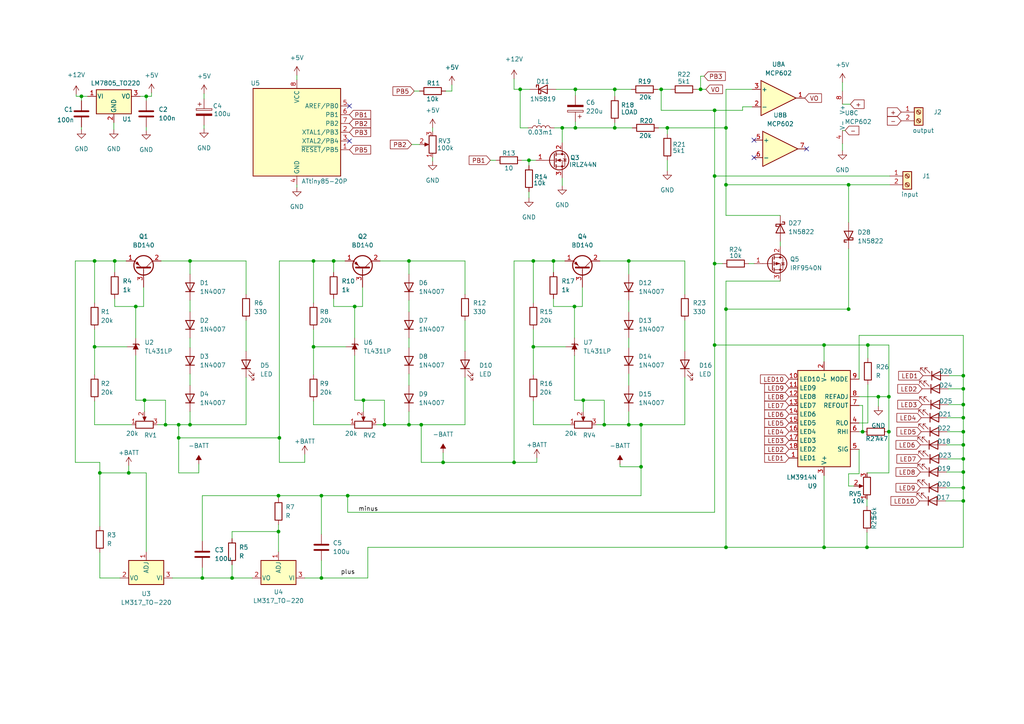
<source format=kicad_sch>
(kicad_sch (version 20211123) (generator eeschema)
  (paper "A4")
  (junction (at 93.218 167.64))
  (junction (at 33.274 75.692))
  (junction (at 27.432 100.584))
  (junction (at 149.098 134.112))
  (junction (at 207.264 32.004))
  (junction (at 154.686 75.692))
  (junction (at 122.174 123.19))
  (junction (at 246.126 89.662))
  (junction (at 28.956 137.16))
  (junction (at 90.932 75.692))
  (junction (at 150.876 25.908))
  (junction (at 250.19 125.222))
  (junction (at 207.264 51.054))
  (junction (at 27.432 75.692))
  (junction (at 160.528 75.692))
  (junction (at 42.418 27.94))
  (junction (at 93.218 143.764))
  (junction (at 279.4 129.032))
  (junction (at 185.928 135.382))
  (junction (at 154.686 100.584))
  (junction (at 48.006 123.19))
  (junction (at 80.772 143.764))
  (junction (at 279.4 136.906))
  (junction (at 51.816 123.19))
  (junction (at 55.118 123.19))
  (junction (at 166.624 88.9))
  (junction (at 207.264 76.454))
  (junction (at 169.164 116.078))
  (junction (at 246.126 53.594))
  (junction (at 210.566 89.662))
  (junction (at 193.548 37.084))
  (junction (at 279.4 145.288))
  (junction (at 210.566 53.594))
  (junction (at 41.91 116.078))
  (junction (at 203.2 25.908))
  (junction (at 279.4 117.348))
  (junction (at 23.622 27.94))
  (junction (at 210.566 37.084))
  (junction (at 239.014 158.75))
  (junction (at 58.674 167.64))
  (junction (at 166.878 37.084))
  (junction (at 279.4 108.966))
  (junction (at 67.31 167.64))
  (junction (at 128.524 134.112))
  (junction (at 182.372 75.692))
  (junction (at 178.308 37.084))
  (junction (at 81.026 127))
  (junction (at 254.762 115.062))
  (junction (at 279.4 112.776))
  (junction (at 279.4 133.096))
  (junction (at 182.372 123.19))
  (junction (at 100.838 143.764))
  (junction (at 118.618 123.19))
  (junction (at 175.26 123.19))
  (junction (at 102.87 88.9))
  (junction (at 96.774 75.692))
  (junction (at 257.81 115.062))
  (junction (at 210.566 158.75))
  (junction (at 163.068 37.084))
  (junction (at 207.264 100.076))
  (junction (at 178.308 25.908))
  (junction (at 39.37 88.9))
  (junction (at 153.416 46.482))
  (junction (at 279.4 125.222))
  (junction (at 251.46 158.75))
  (junction (at 90.932 100.584))
  (junction (at 185.928 123.19))
  (junction (at 118.618 75.692))
  (junction (at 251.714 100.076))
  (junction (at 279.4 121.158))
  (junction (at 80.772 154.178))
  (junction (at 51.816 127))
  (junction (at 166.878 25.908))
  (junction (at 257.81 125.222))
  (junction (at 111.506 123.19))
  (junction (at 279.4 141.478))
  (junction (at 55.118 75.692))
  (junction (at 239.014 100.076))
  (junction (at 105.41 116.078))
  (junction (at 37.338 137.16))
  (junction (at 191.77 25.908))
  (no_connect (at 233.934 43.18))
  (no_connect (at 218.694 40.64))
  (no_connect (at 218.694 45.72))
  (no_connect (at 101.346 40.894))
  (no_connect (at 101.346 30.734))
  (wire (pts (xy 274.574 136.906) (xy 279.4 136.906)))
  (wire (pts (xy 58.674 143.764) (xy 80.772 143.764)))
  (wire (pts (xy 42.418 27.94) (xy 40.64 27.94)))
  (wire (pts (xy 22.098 27.94) (xy 23.622 27.94)))
  (wire (pts (xy 149.098 22.86) (xy 149.098 25.908)))
  (wire (pts (xy 207.264 100.076) (xy 239.014 100.076)))
  (wire (pts (xy 193.548 37.084) (xy 193.548 38.862)))
  (wire (pts (xy 251.46 144.78) (xy 251.46 146.812)))
  (wire (pts (xy 128.524 134.112) (xy 122.174 134.112)))
  (wire (pts (xy 48.006 123.19) (xy 45.72 123.19)))
  (wire (pts (xy 182.372 119.38) (xy 182.372 123.19)))
  (wire (pts (xy 37.338 135.128) (xy 37.338 137.16)))
  (wire (pts (xy 166.878 37.084) (xy 163.068 37.084)))
  (wire (pts (xy 57.658 137.16) (xy 51.816 137.16)))
  (wire (pts (xy 90.932 100.584) (xy 90.932 108.712)))
  (wire (pts (xy 122.174 134.112) (xy 122.174 123.19)))
  (wire (pts (xy 105.156 88.9) (xy 105.156 83.312)))
  (wire (pts (xy 154.686 75.692) (xy 154.686 87.884)))
  (wire (pts (xy 118.618 108.458) (xy 118.618 111.76)))
  (wire (pts (xy 118.618 75.692) (xy 118.618 79.502)))
  (wire (pts (xy 46.736 75.692) (xy 55.118 75.692)))
  (wire (pts (xy 50.038 167.64) (xy 58.674 167.64)))
  (wire (pts (xy 257.81 100.076) (xy 257.81 115.062)))
  (wire (pts (xy 257.81 115.062) (xy 257.81 125.222)))
  (wire (pts (xy 279.4 97.282) (xy 279.4 108.966)))
  (wire (pts (xy 279.4 112.776) (xy 279.4 117.348)))
  (wire (pts (xy 150.876 25.908) (xy 153.67 25.908)))
  (wire (pts (xy 100.838 143.764) (xy 93.218 143.764)))
  (wire (pts (xy 155.702 132.842) (xy 155.702 134.112)))
  (wire (pts (xy 90.932 75.692) (xy 90.932 87.884)))
  (wire (pts (xy 67.31 167.64) (xy 73.152 167.64)))
  (wire (pts (xy 163.068 51.562) (xy 163.068 53.848)))
  (wire (pts (xy 125.476 45.72) (xy 125.476 46.736)))
  (wire (pts (xy 57.658 134.62) (xy 57.658 137.16)))
  (wire (pts (xy 191.77 32.004) (xy 191.77 25.908)))
  (wire (pts (xy 207.264 148.59) (xy 207.264 100.076)))
  (wire (pts (xy 80.772 152.146) (xy 80.772 154.178)))
  (wire (pts (xy 28.956 152.654) (xy 28.956 137.16)))
  (wire (pts (xy 21.844 75.692) (xy 27.432 75.692)))
  (wire (pts (xy 154.686 95.504) (xy 154.686 100.584)))
  (wire (pts (xy 27.432 116.332) (xy 27.432 123.19)))
  (wire (pts (xy 182.372 75.692) (xy 182.372 79.502)))
  (wire (pts (xy 215.392 30.988) (xy 218.186 30.988)))
  (wire (pts (xy 67.31 167.64) (xy 67.31 163.83)))
  (wire (pts (xy 134.874 109.474) (xy 134.874 123.19)))
  (wire (pts (xy 41.91 119.38) (xy 41.91 116.078)))
  (wire (pts (xy 21.844 75.692) (xy 21.844 134.112)))
  (wire (pts (xy 153.162 37.084) (xy 150.876 37.084)))
  (wire (pts (xy 179.832 134.62) (xy 179.832 135.382)))
  (wire (pts (xy 154.686 100.584) (xy 154.686 108.712)))
  (wire (pts (xy 110.236 75.692) (xy 118.618 75.692)))
  (wire (pts (xy 191.77 25.908) (xy 190.754 25.908)))
  (wire (pts (xy 102.87 103.124) (xy 102.87 116.078)))
  (wire (pts (xy 246.126 53.594) (xy 258.064 53.594)))
  (wire (pts (xy 96.774 75.692) (xy 96.774 78.994)))
  (wire (pts (xy 160.528 75.692) (xy 160.528 78.994)))
  (wire (pts (xy 125.476 37.084) (xy 125.476 38.1)))
  (wire (pts (xy 175.26 123.19) (xy 172.974 123.19)))
  (wire (pts (xy 249.174 130.302) (xy 249.174 137.414)))
  (wire (pts (xy 246.126 140.97) (xy 247.65 140.97)))
  (wire (pts (xy 207.264 100.076) (xy 207.264 76.454)))
  (wire (pts (xy 39.37 88.9) (xy 39.37 98.044)))
  (wire (pts (xy 58.674 167.64) (xy 67.31 167.64)))
  (wire (pts (xy 48.006 116.078) (xy 48.006 123.19)))
  (wire (pts (xy 27.432 95.504) (xy 27.432 100.584)))
  (wire (pts (xy 128.524 131.318) (xy 128.524 134.112)))
  (wire (pts (xy 51.816 123.19) (xy 48.006 123.19)))
  (wire (pts (xy 153.416 55.626) (xy 153.416 57.404)))
  (wire (pts (xy 279.4 133.096) (xy 279.4 136.906)))
  (wire (pts (xy 160.528 88.9) (xy 166.624 88.9)))
  (wire (pts (xy 239.014 100.076) (xy 251.714 100.076)))
  (wire (pts (xy 198.628 85.344) (xy 198.628 75.692)))
  (wire (pts (xy 67.31 154.178) (xy 80.772 154.178)))
  (wire (pts (xy 154.686 100.584) (xy 164.084 100.584)))
  (wire (pts (xy 71.374 109.474) (xy 71.374 123.19)))
  (wire (pts (xy 120.142 26.416) (xy 121.666 26.416)))
  (wire (pts (xy 251.714 122.682) (xy 251.714 111.506)))
  (wire (pts (xy 251.46 158.75) (xy 279.4 158.75)))
  (wire (pts (xy 246.126 53.594) (xy 246.126 64.516)))
  (wire (pts (xy 33.274 88.9) (xy 39.37 88.9)))
  (wire (pts (xy 71.374 85.344) (xy 71.374 75.692)))
  (wire (pts (xy 175.26 116.078) (xy 175.26 123.19)))
  (wire (pts (xy 239.014 100.076) (xy 239.014 104.902)))
  (wire (pts (xy 55.118 108.458) (xy 55.118 111.76)))
  (wire (pts (xy 251.46 154.432) (xy 251.46 158.75)))
  (wire (pts (xy 41.656 88.9) (xy 41.656 83.312)))
  (wire (pts (xy 185.928 123.19) (xy 182.372 123.19)))
  (wire (pts (xy 254.762 115.062) (xy 254.762 117.856)))
  (wire (pts (xy 154.686 123.19) (xy 165.354 123.19)))
  (wire (pts (xy 151.384 46.482) (xy 153.416 46.482)))
  (wire (pts (xy 275.082 117.348) (xy 279.4 117.348)))
  (wire (pts (xy 100.838 148.59) (xy 207.264 148.59)))
  (wire (pts (xy 43.942 26.924) (xy 43.942 27.94)))
  (wire (pts (xy 39.37 116.078) (xy 41.91 116.078)))
  (wire (pts (xy 249.174 109.982) (xy 249.174 97.282)))
  (wire (pts (xy 28.956 137.16) (xy 28.956 134.112)))
  (wire (pts (xy 166.624 88.9) (xy 166.624 98.044)))
  (wire (pts (xy 100.076 75.692) (xy 96.774 75.692)))
  (wire (pts (xy 169.164 116.078) (xy 175.26 116.078)))
  (wire (pts (xy 129.286 26.416) (xy 131.064 26.416)))
  (wire (pts (xy 207.264 76.454) (xy 209.55 76.454)))
  (wire (pts (xy 244.348 30.226) (xy 246.634 30.226)))
  (wire (pts (xy 249.174 125.222) (xy 250.19 125.222)))
  (wire (pts (xy 149.098 134.112) (xy 128.524 134.112)))
  (wire (pts (xy 244.348 23.876) (xy 244.348 26.416)))
  (wire (pts (xy 182.372 108.458) (xy 182.372 111.76)))
  (wire (pts (xy 249.174 122.682) (xy 251.714 122.682)))
  (wire (pts (xy 105.41 116.078) (xy 111.506 116.078)))
  (wire (pts (xy 249.174 137.414) (xy 246.126 137.414)))
  (wire (pts (xy 39.37 88.9) (xy 41.656 88.9)))
  (wire (pts (xy 27.432 123.19) (xy 38.1 123.19)))
  (wire (pts (xy 118.618 98.044) (xy 118.618 100.838)))
  (wire (pts (xy 210.566 158.75) (xy 106.68 158.75)))
  (wire (pts (xy 198.628 123.19) (xy 185.928 123.19)))
  (wire (pts (xy 275.336 108.966) (xy 279.4 108.966)))
  (wire (pts (xy 88.392 131.826) (xy 88.392 134.112)))
  (wire (pts (xy 198.628 109.474) (xy 198.628 123.19)))
  (wire (pts (xy 207.264 76.454) (xy 207.264 51.054)))
  (wire (pts (xy 203.2 22.098) (xy 203.2 25.908)))
  (wire (pts (xy 33.274 75.692) (xy 27.432 75.692)))
  (wire (pts (xy 207.264 32.004) (xy 215.392 32.004)))
  (wire (pts (xy 185.928 123.19) (xy 185.928 135.382)))
  (wire (pts (xy 102.87 88.9) (xy 102.87 98.044)))
  (wire (pts (xy 118.618 87.122) (xy 118.618 90.424)))
  (wire (pts (xy 210.566 62.484) (xy 226.314 62.484)))
  (wire (pts (xy 55.118 123.19) (xy 51.816 123.19)))
  (wire (pts (xy 39.37 103.124) (xy 39.37 116.078)))
  (wire (pts (xy 244.348 41.656) (xy 244.348 43.688)))
  (wire (pts (xy 251.714 100.076) (xy 251.714 103.886)))
  (wire (pts (xy 51.816 137.16) (xy 51.816 127)))
  (wire (pts (xy 244.348 37.846) (xy 245.11 37.846)))
  (wire (pts (xy 191.77 32.004) (xy 207.264 32.004)))
  (wire (pts (xy 42.418 160.02) (xy 42.418 137.16)))
  (wire (pts (xy 193.548 37.084) (xy 210.566 37.084)))
  (wire (pts (xy 59.182 27.178) (xy 59.182 28.702)))
  (wire (pts (xy 210.566 89.662) (xy 210.566 158.75)))
  (wire (pts (xy 118.618 119.38) (xy 118.618 123.19)))
  (wire (pts (xy 275.082 112.776) (xy 279.4 112.776)))
  (wire (pts (xy 166.624 103.124) (xy 166.624 116.078)))
  (wire (pts (xy 185.928 135.382) (xy 185.928 143.764)))
  (wire (pts (xy 178.308 25.908) (xy 178.308 27.94)))
  (wire (pts (xy 43.942 27.94) (xy 42.418 27.94)))
  (wire (pts (xy 279.4 145.288) (xy 279.4 158.75)))
  (wire (pts (xy 250.19 117.602) (xy 250.19 125.222)))
  (wire (pts (xy 80.772 154.178) (xy 80.772 160.02)))
  (wire (pts (xy 27.432 100.584) (xy 27.432 108.712)))
  (wire (pts (xy 55.118 119.38) (xy 55.118 123.19)))
  (wire (pts (xy 81.026 75.692) (xy 81.026 127)))
  (wire (pts (xy 279.4 125.222) (xy 279.4 129.032)))
  (wire (pts (xy 102.87 116.078) (xy 105.41 116.078)))
  (wire (pts (xy 178.308 35.56) (xy 178.308 37.084)))
  (wire (pts (xy 37.338 137.16) (xy 28.956 137.16)))
  (wire (pts (xy 210.566 81.534) (xy 226.314 81.534)))
  (wire (pts (xy 105.41 119.38) (xy 105.41 116.078)))
  (wire (pts (xy 160.528 75.692) (xy 154.686 75.692)))
  (wire (pts (xy 153.416 46.482) (xy 153.416 48.006)))
  (wire (pts (xy 23.622 36.83) (xy 23.622 37.592)))
  (wire (pts (xy 80.772 144.526) (xy 80.772 143.764)))
  (wire (pts (xy 111.506 123.19) (xy 109.22 123.19)))
  (wire (pts (xy 274.574 129.032) (xy 279.4 129.032)))
  (wire (pts (xy 198.628 75.692) (xy 182.372 75.692)))
  (wire (pts (xy 90.932 116.332) (xy 90.932 123.19)))
  (wire (pts (xy 111.506 123.19) (xy 118.618 123.19)))
  (wire (pts (xy 34.798 167.64) (xy 28.956 167.64)))
  (wire (pts (xy 202.184 25.908) (xy 203.2 25.908)))
  (wire (pts (xy 246.126 137.414) (xy 246.126 140.97)))
  (wire (pts (xy 71.374 123.19) (xy 55.118 123.19)))
  (wire (pts (xy 33.274 86.614) (xy 33.274 88.9)))
  (wire (pts (xy 106.68 158.75) (xy 106.68 167.64)))
  (wire (pts (xy 153.416 46.482) (xy 155.448 46.482)))
  (wire (pts (xy 134.874 85.344) (xy 134.874 75.692)))
  (wire (pts (xy 249.174 115.062) (xy 254.762 115.062)))
  (wire (pts (xy 274.574 141.478) (xy 279.4 141.478)))
  (wire (pts (xy 96.774 75.692) (xy 90.932 75.692)))
  (wire (pts (xy 210.566 25.908) (xy 218.186 25.908)))
  (wire (pts (xy 173.99 75.692) (xy 182.372 75.692)))
  (wire (pts (xy 210.566 25.908) (xy 210.566 37.084)))
  (wire (pts (xy 246.126 72.136) (xy 246.126 89.662)))
  (wire (pts (xy 102.87 88.9) (xy 105.156 88.9)))
  (wire (pts (xy 279.4 136.906) (xy 279.4 141.478)))
  (wire (pts (xy 178.308 25.908) (xy 183.134 25.908)))
  (wire (pts (xy 210.566 53.594) (xy 246.126 53.594)))
  (wire (pts (xy 80.772 143.764) (xy 93.218 143.764)))
  (wire (pts (xy 166.624 88.9) (xy 168.91 88.9)))
  (wire (pts (xy 154.686 116.332) (xy 154.686 123.19)))
  (wire (pts (xy 163.83 75.692) (xy 160.528 75.692)))
  (wire (pts (xy 131.064 26.416) (xy 131.064 24.638)))
  (wire (pts (xy 217.17 76.454) (xy 218.694 76.454)))
  (wire (pts (xy 96.774 86.614) (xy 96.774 88.9)))
  (wire (pts (xy 71.374 92.964) (xy 71.374 101.854)))
  (wire (pts (xy 28.956 167.64) (xy 28.956 160.274)))
  (wire (pts (xy 160.782 37.084) (xy 163.068 37.084)))
  (wire (pts (xy 168.91 88.9) (xy 168.91 83.312)))
  (wire (pts (xy 251.714 100.076) (xy 257.81 100.076)))
  (wire (pts (xy 150.876 37.084) (xy 150.876 25.908)))
  (wire (pts (xy 166.878 37.084) (xy 178.308 37.084)))
  (wire (pts (xy 86.106 53.594) (xy 86.106 54.356)))
  (wire (pts (xy 119.38 41.91) (xy 121.666 41.91)))
  (wire (pts (xy 198.628 92.964) (xy 198.628 101.854)))
  (wire (pts (xy 154.686 75.692) (xy 149.098 75.692)))
  (wire (pts (xy 182.372 98.044) (xy 182.372 100.838)))
  (wire (pts (xy 23.622 27.94) (xy 23.622 29.21)))
  (wire (pts (xy 191.77 25.908) (xy 194.564 25.908)))
  (wire (pts (xy 274.828 125.222) (xy 279.4 125.222)))
  (wire (pts (xy 179.832 135.382) (xy 185.928 135.382)))
  (wire (pts (xy 215.392 32.004) (xy 215.392 30.988)))
  (wire (pts (xy 166.878 25.908) (xy 161.29 25.908)))
  (wire (pts (xy 249.174 117.602) (xy 250.19 117.602)))
  (wire (pts (xy 55.118 75.692) (xy 55.118 79.502)))
  (wire (pts (xy 149.098 25.908) (xy 150.876 25.908)))
  (wire (pts (xy 55.118 98.044) (xy 55.118 100.838)))
  (wire (pts (xy 67.31 156.21) (xy 67.31 154.178)))
  (wire (pts (xy 134.874 75.692) (xy 118.618 75.692)))
  (wire (pts (xy 210.566 37.084) (xy 210.566 53.594)))
  (wire (pts (xy 59.182 36.322) (xy 59.182 37.338)))
  (wire (pts (xy 122.174 123.19) (xy 118.618 123.19)))
  (wire (pts (xy 93.218 167.64) (xy 88.392 167.64)))
  (wire (pts (xy 27.432 75.692) (xy 27.432 87.884)))
  (wire (pts (xy 81.026 127) (xy 51.816 127)))
  (wire (pts (xy 169.164 119.38) (xy 169.164 116.078)))
  (wire (pts (xy 210.566 81.534) (xy 210.566 89.662)))
  (wire (pts (xy 185.928 143.764) (xy 100.838 143.764)))
  (wire (pts (xy 204.216 22.098) (xy 203.2 22.098)))
  (wire (pts (xy 93.218 167.64) (xy 106.68 167.64)))
  (wire (pts (xy 93.218 143.764) (xy 93.218 154.94)))
  (wire (pts (xy 28.956 134.112) (xy 21.844 134.112)))
  (wire (pts (xy 51.816 127) (xy 51.816 123.19)))
  (wire (pts (xy 203.2 25.908) (xy 204.724 25.908)))
  (wire (pts (xy 178.308 37.084) (xy 183.388 37.084)))
  (wire (pts (xy 279.4 117.348) (xy 279.4 121.158)))
  (wire (pts (xy 134.874 92.964) (xy 134.874 101.854)))
  (wire (pts (xy 210.566 158.75) (xy 239.014 158.75)))
  (wire (pts (xy 279.4 108.966) (xy 279.4 112.776)))
  (wire (pts (xy 100.838 148.59) (xy 100.838 143.764)))
  (wire (pts (xy 142.24 46.482) (xy 143.764 46.482)))
  (wire (pts (xy 36.576 75.692) (xy 33.274 75.692)))
  (wire (pts (xy 279.4 141.478) (xy 279.4 145.288)))
  (wire (pts (xy 274.32 145.288) (xy 279.4 145.288)))
  (wire (pts (xy 193.548 46.482) (xy 193.548 49.53)))
  (wire (pts (xy 111.506 116.078) (xy 111.506 123.19)))
  (wire (pts (xy 23.622 27.94) (xy 25.4 27.94)))
  (wire (pts (xy 42.418 27.94) (xy 42.418 29.21)))
  (wire (pts (xy 88.392 134.112) (xy 81.026 134.112)))
  (wire (pts (xy 134.874 123.19) (xy 122.174 123.19)))
  (wire (pts (xy 90.932 100.584) (xy 100.33 100.584)))
  (wire (pts (xy 279.4 121.158) (xy 279.4 125.222)))
  (wire (pts (xy 93.218 162.56) (xy 93.218 167.64)))
  (wire (pts (xy 41.91 116.078) (xy 48.006 116.078)))
  (wire (pts (xy 96.774 88.9) (xy 102.87 88.9)))
  (wire (pts (xy 27.432 100.584) (xy 36.83 100.584)))
  (wire (pts (xy 149.098 75.692) (xy 149.098 134.112)))
  (wire (pts (xy 239.014 158.75) (xy 251.46 158.75)))
  (wire (pts (xy 246.634 89.662) (xy 246.126 89.662)))
  (wire (pts (xy 166.624 116.078) (xy 169.164 116.078)))
  (wire (pts (xy 90.932 75.692) (xy 81.026 75.692)))
  (wire (pts (xy 55.118 87.122) (xy 55.118 90.424)))
  (wire (pts (xy 42.418 137.16) (xy 37.338 137.16)))
  (wire (pts (xy 166.878 27.686) (xy 166.878 25.908)))
  (wire (pts (xy 90.932 123.19) (xy 101.6 123.19)))
  (wire (pts (xy 71.374 75.692) (xy 55.118 75.692)))
  (wire (pts (xy 86.106 21.844) (xy 86.106 23.114)))
  (wire (pts (xy 42.418 36.83) (xy 42.418 37.846)))
  (wire (pts (xy 90.932 95.504) (xy 90.932 100.584)))
  (wire (pts (xy 81.026 134.112) (xy 81.026 127)))
  (wire (pts (xy 254.762 115.062) (xy 257.81 115.062)))
  (wire (pts (xy 239.014 137.922) (xy 239.014 158.75)))
  (wire (pts (xy 166.878 35.306) (xy 166.878 37.084)))
  (wire (pts (xy 251.46 137.16) (xy 257.81 137.16)))
  (wire (pts (xy 175.26 123.19) (xy 182.372 123.19)))
  (wire (pts (xy 160.528 86.614) (xy 160.528 88.9)))
  (wire (pts (xy 163.068 37.084) (xy 163.068 41.402)))
  (wire (pts (xy 58.674 164.592) (xy 58.674 167.64)))
  (wire (pts (xy 207.264 51.054) (xy 207.264 32.004)))
  (wire (pts (xy 182.372 87.122) (xy 182.372 90.424)))
  (wire (pts (xy 257.81 137.16) (xy 257.81 125.222)))
  (wire (pts (xy 33.274 75.692) (xy 33.274 78.994)))
  (wire (pts (xy 33.02 35.56) (xy 33.02 37.592)))
  (wire (pts (xy 207.264 51.054) (xy 258.064 51.054)))
  (wire (pts (xy 274.828 133.096) (xy 279.4 133.096)))
  (wire (pts (xy 226.314 70.104) (xy 226.314 71.374)))
  (wire (pts (xy 249.174 97.282) (xy 279.4 97.282)))
  (wire (pts (xy 166.878 25.908) (xy 178.308 25.908)))
  (wire (pts (xy 274.828 121.158) (xy 279.4 121.158)))
  (wire (pts (xy 246.126 89.662) (xy 210.566 89.662)))
  (wire (pts (xy 191.008 37.084) (xy 193.548 37.084)))
  (wire (pts (xy 210.566 53.594) (xy 210.566 62.484)))
  (wire (pts (xy 22.098 27.432) (xy 22.098 27.94)))
  (wire (pts (xy 58.674 156.972) (xy 58.674 143.764)))
  (wire (pts (xy 155.702 134.112) (xy 149.098 134.112)))
  (wire (pts (xy 279.4 129.032) (xy 279.4 133.096)))
  (label "minus" (at 103.886 148.59 0))
  (label "plus" (at 98.806 166.878 0))
  (global_label "LED4" (shape input) (at 267.208 121.158 180) (property "Intersheet References" "${INTERSHEET_REFS}" (effects hide)))
  (global_label "PB3" (shape input) (at 204.216 22.098 0) (property "Intersheet References" "${INTERSHEET_REFS}" (effects hide)))
  (global_label "LED10" (shape input) (at 266.7 145.288 180) (property "Intersheet References" "${INTERSHEET_REFS}" (effects hide)))
  (global_label "LED10" (shape input) (at 228.854 109.982 180) (property "Intersheet References" "${INTERSHEET_REFS}" (effects hide)))
  (global_label "LED5" (shape input) (at 267.208 125.222 180) (property "Intersheet References" "${INTERSHEET_REFS}" (effects hide)))
  (global_label "LED1" (shape input) (at 267.716 108.966 180) (property "Intersheet References" "${INTERSHEET_REFS}" (effects hide)))
  (global_label "LED1" (shape input) (at 228.854 132.842 180) (property "Intersheet References" "${INTERSHEET_REFS}" (effects hide)))
  (global_label "PB5" (shape input) (at 120.142 26.416 180) (property "Intersheet References" "${INTERSHEET_REFS}" (effects hide)))
  (global_label "PB2" (shape input) (at 119.38 41.91 180) (property "Intersheet References" "${INTERSHEET_REFS}" (effects hide)))
  (global_label "LED2" (shape input) (at 267.462 112.776 180) (property "Intersheet References" "${INTERSHEET_REFS}" (effects hide)))
  (global_label "+" (shape input) (at 246.634 30.226 0) (property "Intersheet References" "${INTERSHEET_REFS}" (effects hide)))
  (global_label "LED2" (shape input) (at 228.854 130.302 180) (property "Intersheet References" "${INTERSHEET_REFS}" (effects hide)))
  (global_label "LED5" (shape input) (at 228.854 122.682 180) (property "Intersheet References" "${INTERSHEET_REFS}" (effects hide)))
  (global_label "LED3" (shape input) (at 228.854 127.762 180) (property "Intersheet References" "${INTERSHEET_REFS}" (effects hide)))
  (global_label "LED9" (shape input) (at 228.854 112.522 180) (property "Intersheet References" "${INTERSHEET_REFS}" (effects hide)))
  (global_label "LED6" (shape input) (at 228.854 120.142 180) (property "Intersheet References" "${INTERSHEET_REFS}" (effects hide)))
  (global_label "PB1" (shape input) (at 101.346 33.274 0) (property "Intersheet References" "${INTERSHEET_REFS}" (effects hide)))
  (global_label "PB1" (shape input) (at 142.24 46.482 180) (property "Intersheet References" "${INTERSHEET_REFS}" (effects hide)))
  (global_label "LED9" (shape input) (at 266.954 141.478 180) (property "Intersheet References" "${INTERSHEET_REFS}" (effects hide)))
  (global_label "LED7" (shape input) (at 228.854 117.602 180) (property "Intersheet References" "${INTERSHEET_REFS}" (effects hide)))
  (global_label "PB3" (shape input) (at 101.346 38.354 0) (property "Intersheet References" "${INTERSHEET_REFS}" (effects hide)))
  (global_label "LED6" (shape input) (at 266.954 129.032 180) (property "Intersheet References" "${INTERSHEET_REFS}" (effects hide)))
  (global_label "PB2" (shape input) (at 101.346 35.814 0) (property "Intersheet References" "${INTERSHEET_REFS}" (effects hide)))
  (global_label "-" (shape input) (at 245.11 37.846 0) (property "Intersheet References" "${INTERSHEET_REFS}" (effects hide)))
  (global_label "LED8" (shape input) (at 266.954 136.906 180) (property "Intersheet References" "${INTERSHEET_REFS}" (effects hide)))
  (global_label "VO" (shape input) (at 204.724 25.908 0) (property "Intersheet References" "${INTERSHEET_REFS}" (effects hide)))
  (global_label "VO" (shape input) (at 233.426 28.448 0) (property "Intersheet References" "${INTERSHEET_REFS}" (effects hide)))
  (global_label "LED3" (shape input) (at 267.462 117.348 180) (property "Intersheet References" "${INTERSHEET_REFS}" (effects hide)))
  (global_label "+" (shape input) (at 261.366 32.512 180) (property "Intersheet References" "${INTERSHEET_REFS}" (effects hide)))
  (global_label "LED8" (shape input) (at 228.854 115.062 180) (property "Intersheet References" "${INTERSHEET_REFS}" (effects hide)))
  (global_label "PB5" (shape input) (at 101.346 43.434 0) (property "Intersheet References" "${INTERSHEET_REFS}" (effects hide)))
  (global_label "-" (shape input) (at 261.366 35.052 180) (property "Intersheet References" "${INTERSHEET_REFS}" (effects hide)))
  (global_label "LED7" (shape input) (at 267.208 133.096 180) (property "Intersheet References" "${INTERSHEET_REFS}" (effects hide)))
  (global_label "LED4" (shape input) (at 228.854 125.222 180) (property "Intersheet References" "${INTERSHEET_REFS}" (effects hide)))
  (symbol (lib_id "Device:R") (at 154.686 91.694 0) (unit 1)
    (property "Reference" "R15" (at 156.464 90.4239 0) (effects (justify left)))
    (property "Value" "20k" (at 156.464 92.9639 0) (effects (justify left)))
    (property "Footprint" "Resistor_THT:R_Axial_DIN0309_L9.0mm_D3.2mm_P12.70mm_Horizontal" (effects hide))
  )
  (symbol (lib_id "Reference_Voltage:TL431LP") (at 39.37 100.584 90) (unit 1)
    (property "Reference" "U2" (at 41.91 99.3139 90) (effects (justify right)))
    (property "Value" "TL431LP" (at 41.91 101.8539 90) (effects (justify right)))
    (property "Footprint" "Package_TO_SOT_THT:TO-92_Inline" (effects hide))
    (property "Datasheet" "http://www.ti.com/lit/ds/symlink/tl431.pdf" (effects hide))
  )
  (symbol (lib_id "Device:R") (at 80.772 148.336 0) (unit 1)
    (property "Reference" "R7" (at 82.804 147.0659 0) (effects (justify left)))
    (property "Value" "R" (at 82.804 149.6059 0) (effects (justify left)))
    (property "Footprint" "Resistor_THT:R_Axial_DIN0309_L9.0mm_D3.2mm_P12.70mm_Horizontal" (effects hide))
  )
  (symbol (lib_id "Device:R") (at 33.274 82.804 0) (unit 1)
    (property "Reference" "R4" (at 35.56 81.5339 0) (effects (justify left)))
    (property "Value" "1k" (at 35.56 84.0739 0) (effects (justify left)))
    (property "Footprint" "Resistor_THT:R_Axial_DIN0309_L9.0mm_D3.2mm_P12.70mm_Horizontal" (effects hide))
  )
  (symbol (lib_id "Device:R") (at 125.476 26.416 90) (unit 1)
    (property "Reference" "R11" (at 125.73 24.13 90))
    (property "Value" "10k" (at 125.476 28.702 90))
    (property "Footprint" "Resistor_THT:R_Axial_DIN0309_L9.0mm_D3.2mm_P12.70mm_Horizontal" (effects hide))
  )
  (symbol (lib_id "power:-BATT") (at 57.658 134.62 0) (mirror y) (unit 1)
    (property "Reference" "#PWR0109" (effects hide))
    (property "Value" "-BATT" (at 57.658 129.286 0))
  )
  (symbol (lib_id "power:GND") (at 163.068 53.848 0) (unit 1)
    (property "Reference" "#PWR0122" (effects hide))
    (property "Value" "GND" (at 163.068 59.436 0))
  )
  (symbol (lib_id "Device:R_Potentiometer") (at 169.164 123.19 90) (unit 1)
    (property "Reference" "RV4" (at 170.942 126.238 90))
    (property "Value" "20k" (at 165.608 125.73 90))
    (property "Footprint" "Potentiometer_THT:Potentiometer_Bourns_3266Y_Vertical" (effects hide))
  )
  (symbol (lib_id "power:+5V") (at 125.476 37.084 0) (unit 1)
    (property "Reference" "#PWR0116" (effects hide))
    (property "Value" "+5V" (at 125.476 32.004 0))
  )
  (symbol (lib_id "power:+5V") (at 244.348 23.876 0) (unit 1)
    (property "Reference" "#PWR0120" (effects hide))
    (property "Value" "+5V" (at 244.348 18.796 0))
  )
  (symbol (lib_id "Device:R") (at 186.944 25.908 90) (unit 1)
    (property "Reference" "R19" (at 186.944 23.622 90))
    (property "Value" "20k" (at 187.198 28.194 90))
    (property "Footprint" "Resistor_THT:R_Axial_DIN0309_L9.0mm_D3.2mm_P12.70mm_Horizontal" (effects hide))
  )
  (symbol (lib_id "power:-BATT") (at 179.832 134.62 0) (mirror y) (unit 1)
    (property "Reference" "#PWR0119" (effects hide))
    (property "Value" "-BATT" (at 179.832 129.286 0))
  )
  (symbol (lib_id "Transistor_BJT:BD140") (at 105.156 78.232 270) (mirror x) (unit 1)
    (property "Reference" "Q2" (at 105.156 68.58 90))
    (property "Value" "BD140" (at 105.156 71.12 90))
    (property "Footprint" "Package_TO_SOT_THT:TO-126-3_Vertical" (effects hide))
    (property "Datasheet" "http://www.st.com/internet/com/TECHNICAL_RESOURCES/TECHNICAL_LITERATURE/DATASHEET/CD00001225.pdf" (effects hide))
  )
  (symbol (lib_id "Device:R") (at 27.432 91.694 0) (unit 1)
    (property "Reference" "R1" (at 29.21 90.4239 0) (effects (justify left)))
    (property "Value" "20k" (at 29.21 92.9639 0) (effects (justify left)))
    (property "Footprint" "Resistor_THT:R_Axial_DIN0309_L9.0mm_D3.2mm_P12.70mm_Horizontal" (effects hide))
  )
  (symbol (lib_id "Device:R") (at 147.574 46.482 90) (unit 1)
    (property "Reference" "R13" (at 147.574 44.45 90))
    (property "Value" "10" (at 147.574 48.768 90))
    (property "Footprint" "Resistor_THT:R_Axial_DIN0309_L9.0mm_D3.2mm_P12.70mm_Horizontal" (effects hide))
  )
  (symbol (lib_id "Device:LED") (at 270.51 145.288 0) (mirror x) (unit 1)
    (property "Reference" "D17" (at 273.558 144.272 0))
    (property "Value" "LED" (effects hide))
    (property "Footprint" "LED_THT:LED_Rectangular_W3.0mm_H2.0mm" (effects hide))
  )
  (symbol (lib_id "Device:R") (at 254 125.222 90) (unit 1)
    (property "Reference" "R27" (at 252.984 127.254 90))
    (property "Value" "4k7" (at 255.778 127.254 90))
    (property "Footprint" "Resistor_THT:R_Axial_DIN0309_L9.0mm_D3.2mm_P12.70mm_Horizontal" (effects hide))
  )
  (symbol (lib_id "power:GND") (at 33.02 37.592 0) (unit 1)
    (property "Reference" "#PWR0107" (effects hide))
    (property "Value" "GND" (at 33.02 43.18 0))
  )
  (symbol (lib_id "Device:LED") (at 271.018 125.222 0) (mirror x) (unit 1)
    (property "Reference" "D22" (at 273.812 124.206 0))
    (property "Value" "LED" (effects hide))
    (property "Footprint" "LED_THT:LED_Rectangular_W3.0mm_H2.0mm" (effects hide))
  )
  (symbol (lib_id "MCU_Microchip_ATtiny:ATtiny85-20P") (at 86.106 38.354 0) (unit 1)
    (property "Reference" "U5" (at 75.438 24.13 0) (effects (justify right)))
    (property "Value" "ATtiny85-20P" (at 100.838 52.578 0) (effects (justify right)))
    (property "Footprint" "Package_DIP:DIP-8_W7.62mm" (effects hide))
    (property "Datasheet" "http://ww1.microchip.com/downloads/en/DeviceDoc/atmel-2586-avr-8-bit-microcontroller-attiny25-attiny45-attiny85_datasheet.pdf" (effects hide))
  )
  (symbol (lib_id "Driver_LED:LM3914N") (at 239.014 122.682 180) (unit 1)
    (property "Reference" "U9" (at 236.9946 140.97 0) (effects (justify left)))
    (property "Value" "LM3914N" (at 236.9946 138.43 0) (effects (justify left)))
    (property "Footprint" "Package_DIP:DIP-18_W7.62mm" (effects hide))
    (property "Datasheet" "https://www.ti.com/lit/ds/symlink/lm3914.pdf" (effects hide))
  )
  (symbol (lib_id "Device:R") (at 90.932 112.522 0) (unit 1)
    (property "Reference" "R9" (at 92.71 111.2519 0) (effects (justify left)))
    (property "Value" "20k" (at 92.71 113.7919 0) (effects (justify left)))
    (property "Footprint" "Resistor_THT:R_Axial_DIN0309_L9.0mm_D3.2mm_P12.70mm_Horizontal" (effects hide))
  )
  (symbol (lib_id "Device:R") (at 134.874 89.154 0) (unit 1)
    (property "Reference" "R12" (at 137.16 87.8839 0) (effects (justify left)))
    (property "Value" "330" (at 137.16 90.4239 0) (effects (justify left)))
    (property "Footprint" "Resistor_THT:R_Axial_DIN0309_L9.0mm_D3.2mm_P12.70mm_Horizontal" (effects hide))
  )
  (symbol (lib_id "power:GND") (at 254.762 117.856 0) (unit 1)
    (property "Reference" "#PWR0125" (effects hide))
    (property "Value" "GND" (at 254.762 123.444 0))
  )
  (symbol (lib_id "Device:LED") (at 270.764 136.906 0) (mirror x) (unit 1)
    (property "Reference" "D19" (at 273.812 135.89 0))
    (property "Value" "LED" (effects hide))
    (property "Footprint" "LED_THT:LED_Rectangular_W3.0mm_H2.0mm" (effects hide))
  )
  (symbol (lib_id "Diode:1N4007") (at 182.372 104.648 90) (unit 1)
    (property "Reference" "D14" (at 185.166 103.3779 90) (effects (justify right)))
    (property "Value" "1N4007" (at 185.166 105.9179 90) (effects (justify right)))
    (property "Footprint" "Diode_THT:D_DO-41_SOD81_P10.16mm_Horizontal" (effects hide))
    (property "Datasheet" "http://www.vishay.com/docs/88503/1n4001.pdf" (effects hide))
  )
  (symbol (lib_id "Transistor_FET:IRLZ44N") (at 160.528 46.482 0) (unit 1)
    (property "Reference" "Q3" (at 165.354 45.72 0) (effects (justify left)))
    (property "Value" "IRLZ44N" (at 165.1 47.752 0) (effects (justify left)))
    (property "Footprint" "Package_TO_SOT_THT:TO-220-3_Vertical" (effects hide))
    (property "Datasheet" "http://www.irf.com/product-info/datasheets/data/irlz44n.pdf" (effects hide))
  )
  (symbol (lib_id "Device:C_Polarized") (at 59.182 32.512 0) (unit 1)
    (property "Reference" "C4" (at 61.722 30.734 0) (effects (justify left)))
    (property "Value" "100u" (at 61.976 33.02 0) (effects (justify left)))
    (property "Footprint" "Capacitor_THT:CP_Radial_D4.0mm_P1.50mm" (effects hide))
  )
  (symbol (lib_id "Device:R") (at 187.198 37.084 90) (unit 1)
    (property "Reference" "R20" (at 187.452 35.052 90))
    (property "Value" "20k" (at 187.198 39.37 90))
    (property "Footprint" "Resistor_THT:R_Axial_DIN0309_L9.0mm_D3.2mm_P12.70mm_Horizontal" (effects hide))
  )
  (symbol (lib_id "Device:R") (at 28.956 156.464 0) (unit 1)
    (property "Reference" "R3" (at 30.988 155.1939 0) (effects (justify left)))
    (property "Value" "R" (at 30.988 157.7339 0) (effects (justify left)))
    (property "Footprint" "Resistor_THT:R_Axial_DIN0309_L9.0mm_D3.2mm_P12.70mm_Horizontal" (effects hide))
  )
  (symbol (lib_id "Reference_Voltage:TL431LP") (at 166.624 100.584 90) (unit 1)
    (property "Reference" "U7" (at 169.164 99.3139 90) (effects (justify right)))
    (property "Value" "TL431LP" (at 169.164 101.8539 90) (effects (justify right)))
    (property "Footprint" "Package_TO_SOT_THT:TO-92_Inline" (effects hide))
    (property "Datasheet" "http://www.ti.com/lit/ds/symlink/tl431.pdf" (effects hide))
  )
  (symbol (lib_id "Amplifier_Operational:MCP602") (at 225.806 28.448 0) (unit 1)
    (property "Reference" "U8" (at 225.806 18.669 0))
    (property "Value" "MCP602" (at 225.806 21.209 0))
    (property "Footprint" "Resistor_THT:R_Array_SIP8" (effects hide))
    (property "Datasheet" "http://ww1.microchip.com/downloads/en/DeviceDoc/21314g.pdf" (effects hide))
  )
  (symbol (lib_id "Diode:1N5822") (at 246.126 68.326 90) (unit 1)
    (property "Reference" "D28" (at 248.666 67.3734 90) (effects (justify right)))
    (property "Value" "1N5822" (at 248.666 69.9134 90) (effects (justify right)))
    (property "Footprint" "Diode_THT:D_DO-201AD_P15.24mm_Horizontal" (effects hide))
    (property "Datasheet" "http://www.vishay.com/docs/88526/1n5820.pdf" (effects hide))
  )
  (symbol (lib_id "Diode:1N5819") (at 157.48 25.908 0) (unit 1)
    (property "Reference" "D11" (at 157.48 23.622 0))
    (property "Value" "1N5819" (at 157.48 28.702 0))
    (property "Footprint" "Diode_THT:D_DO-41_SOD81_P10.16mm_Horizontal" (effects hide))
    (property "Datasheet" "http://www.vishay.com/docs/88525/1n5817.pdf" (effects hide))
  )
  (symbol (lib_id "Device:R_Potentiometer") (at 125.476 41.91 180) (unit 1)
    (property "Reference" "RV3" (at 127 40.894 0) (effects (justify right)))
    (property "Value" "100k" (at 126.746 42.926 0) (effects (justify right)))
    (property "Footprint" "Potentiometer_THT:Potentiometer_Bourns_3266Y_Vertical" (effects hide))
  )
  (symbol (lib_id "Device:R") (at 71.374 89.154 0) (unit 1)
    (property "Reference" "R6" (at 73.66 87.8839 0) (effects (justify left)))
    (property "Value" "330" (at 73.66 90.4239 0) (effects (justify left)))
    (property "Footprint" "Resistor_THT:R_Axial_DIN0309_L9.0mm_D3.2mm_P12.70mm_Horizontal" (effects hide))
  )
  (symbol (lib_id "Device:R") (at 178.308 31.75 180) (unit 1)
    (property "Reference" "R18" (at 180.086 30.4799 0) (effects (justify right)))
    (property "Value" "LOAD" (at 180.086 32.512 0) (effects (justify right)))
    (property "Footprint" "Resistor_THT:R_Axial_DIN0309_L9.0mm_D3.2mm_P12.70mm_Horizontal" (effects hide))
  )
  (symbol (lib_id "Device:C") (at 42.418 33.02 0) (unit 1)
    (property "Reference" "C2" (at 45.974 31.7499 0) (effects (justify left)))
    (property "Value" "100n" (at 45.974 34.2899 0) (effects (justify left)))
    (property "Footprint" "Capacitor_THT:C_Radial_D4.0mm_H5.0mm_P1.50mm" (effects hide))
  )
  (symbol (lib_id "Device:LED") (at 271.018 121.158 0) (mirror x) (unit 1)
    (property "Reference" "D21" (at 274.066 120.142 0))
    (property "Value" "LED" (effects hide))
    (property "Footprint" "LED_THT:LED_Rectangular_W3.0mm_H2.0mm" (effects hide))
  )
  (symbol (lib_id "Diode:1N4007") (at 118.618 115.57 90) (unit 1)
    (property "Reference" "D9" (at 121.412 114.2999 90) (effects (justify right)))
    (property "Value" "1N4007" (at 121.412 116.8399 90) (effects (justify right)))
    (property "Footprint" "Diode_THT:D_DO-41_SOD81_P10.16mm_Horizontal" (effects hide))
    (property "Datasheet" "http://www.vishay.com/docs/88503/1n4001.pdf" (effects hide))
  )
  (symbol (lib_id "Device:LED") (at 271.018 133.096 0) (mirror x) (unit 1)
    (property "Reference" "D23" (at 274.066 132.08 0))
    (property "Value" "LED" (effects hide))
    (property "Footprint" "LED_THT:LED_Rectangular_W3.0mm_H2.0mm" (effects hide))
  )
  (symbol (lib_id "Device:LED") (at 270.764 129.032 0) (mirror x) (unit 1)
    (property "Reference" "D18" (at 273.812 128.016 0))
    (property "Value" "LED" (effects hide))
    (property "Footprint" "LED_THT:LED_Rectangular_W3.0mm_H2.0mm" (effects hide))
  )
  (symbol (lib_id "Device:L") (at 156.972 37.084 90) (unit 1)
    (property "Reference" "0.03m1" (at 156.718 38.354 90))
    (property "Value" "L" (at 156.464 35.306 90))
    (property "Footprint" "Inductor_SMD:L_6.3x6.3_H3" (effects hide))
  )
  (symbol (lib_id "Diode:1N4007") (at 182.372 94.234 90) (unit 1)
    (property "Reference" "D13" (at 185.166 92.9639 90) (effects (justify right)))
    (property "Value" "1N4007" (at 185.166 95.5039 90) (effects (justify right)))
    (property "Footprint" "Diode_THT:D_DO-41_SOD81_P10.16mm_Horizontal" (effects hide))
    (property "Datasheet" "http://www.vishay.com/docs/88503/1n4001.pdf" (effects hide))
  )
  (symbol (lib_id "Device:LED") (at 134.874 105.664 90) (unit 1)
    (property "Reference" "D10" (at 138.938 105.9814 90) (effects (justify right)))
    (property "Value" "LED" (at 138.938 108.5214 90) (effects (justify right)))
    (property "Footprint" "LED_THT:LED_Rectangular_W3.0mm_H2.0mm" (effects hide))
  )
  (symbol (lib_id "power:+5V") (at 59.182 27.178 0) (unit 1)
    (property "Reference" "#PWR0104" (effects hide))
    (property "Value" "+5V" (at 59.182 22.098 0))
  )
  (symbol (lib_id "Diode:1N4007") (at 55.118 83.312 90) (unit 1)
    (property "Reference" "D1" (at 57.912 82.0419 90) (effects (justify right)))
    (property "Value" "1N4007" (at 57.912 84.5819 90) (effects (justify right)))
    (property "Footprint" "Diode_THT:D_DO-41_SOD81_P10.16mm_Horizontal" (effects hide))
    (property "Datasheet" "http://www.vishay.com/docs/88503/1n4001.pdf" (effects hide))
  )
  (symbol (lib_id "Device:C_Polarized") (at 166.878 31.496 180) (unit 1)
    (property "Reference" "C6" (at 169.926 29.718 0) (effects (justify right)))
    (property "Value" "220u" (at 169.926 32.258 0) (effects (justify right)))
    (property "Footprint" "Capacitor_THT:CP_Radial_D4.0mm_P1.50mm" (effects hide))
  )
  (symbol (lib_id "Transistor_FET:IRF9540N") (at 223.774 76.454 0) (unit 1)
    (property "Reference" "Q5" (at 229.108 75.1839 0) (effects (justify left)))
    (property "Value" "IRF9540N" (at 229.108 77.7239 0) (effects (justify left)))
    (property "Footprint" "Package_TO_SOT_THT:TO-220-3_Vertical" (effects hide))
    (property "Datasheet" "http://www.irf.com/product-info/datasheets/data/irf9540n.pdf" (effects hide))
  )
  (symbol (lib_id "power:+BATT") (at 155.702 132.842 0) (unit 1)
    (property "Reference" "#PWR0118" (effects hide))
    (property "Value" "+BATT" (at 155.702 129.032 0))
  )
  (symbol (lib_id "Device:R_Potentiometer") (at 251.46 140.97 180) (unit 1)
    (property "Reference" "RV5" (at 246.126 143.256 0) (effects (justify right)))
    (property "Value" "10k" (at 247.142 145.288 0) (effects (justify right)))
    (property "Footprint" "Potentiometer_THT:Potentiometer_Bourns_3266Y_Vertical" (effects hide))
  )
  (symbol (lib_id "Device:LED") (at 198.628 105.664 90) (unit 1)
    (property "Reference" "D16" (at 202.692 105.9814 90) (effects (justify right)))
    (property "Value" "LED" (at 202.692 108.5214 90) (effects (justify right)))
    (property "Footprint" "LED_THT:LED_Rectangular_W3.0mm_H2.0mm" (effects hide))
  )
  (symbol (lib_id "Device:R_Potentiometer") (at 41.91 123.19 90) (unit 1)
    (property "Reference" "RV1" (at 43.688 126.238 90))
    (property "Value" "20k" (at 38.354 125.73 90))
    (property "Footprint" "Potentiometer_THT:Potentiometer_Bourns_3266Y_Vertical" (effects hide))
  )
  (symbol (lib_id "power:GND") (at 42.418 37.846 0) (unit 1)
    (property "Reference" "#PWR0106" (effects hide))
    (property "Value" "GND" (at 42.418 43.434 0))
  )
  (symbol (lib_id "power:GND") (at 193.548 49.53 0) (unit 1)
    (property "Reference" "#PWR0124" (effects hide))
    (property "Value" "GND" (at 193.548 55.118 0))
  )
  (symbol (lib_id "Device:LED") (at 270.764 141.478 0) (mirror x) (unit 1)
    (property "Reference" "D20" (at 273.812 140.462 0))
    (property "Value" "LED" (effects hide))
    (property "Footprint" "LED_THT:LED_Rectangular_W3.0mm_H2.0mm" (effects hide))
  )
  (symbol (lib_id "Device:R") (at 198.628 89.154 0) (unit 1)
    (property "Reference" "R23" (at 200.914 87.8839 0) (effects (justify left)))
    (property "Value" "330" (at 200.914 90.4239 0) (effects (justify left)))
    (property "Footprint" "Resistor_THT:R_Axial_DIN0309_L9.0mm_D3.2mm_P12.70mm_Horizontal" (effects hide))
  )
  (symbol (lib_id "Transistor_BJT:BD140") (at 41.656 78.232 270) (mirror x) (unit 1)
    (property "Reference" "Q1" (at 41.656 68.58 90))
    (property "Value" "BD140" (at 41.656 71.12 90))
    (property "Footprint" "Package_TO_SOT_THT:TO-126-3_Vertical" (effects hide))
    (property "Datasheet" "http://www.st.com/internet/com/TECHNICAL_RESOURCES/TECHNICAL_LITERATURE/DATASHEET/CD00001225.pdf" (effects hide))
  )
  (symbol (lib_id "Device:LED") (at 271.272 117.348 0) (mirror x) (unit 1)
    (property "Reference" "D25" (at 274.32 116.332 0))
    (property "Value" "LED" (effects hide))
    (property "Footprint" "LED_THT:LED_Rectangular_W3.0mm_H2.0mm" (effects hide))
  )
  (symbol (lib_id "Device:C") (at 23.622 33.02 0) (unit 1)
    (property "Reference" "C1" (at 18.542 31.75 0) (effects (justify left)))
    (property "Value" "100n" (at 16.51 34.798 0) (effects (justify left)))
    (property "Footprint" "Capacitor_THT:C_Radial_D4.0mm_H5.0mm_P1.50mm" (effects hide))
  )
  (symbol (lib_id "Device:R") (at 96.774 82.804 0) (unit 1)
    (property "Reference" "R10" (at 99.06 81.5339 0) (effects (justify left)))
    (property "Value" "1k" (at 99.06 84.0739 0) (effects (justify left)))
    (property "Footprint" "Resistor_THT:R_Axial_DIN0309_L9.0mm_D3.2mm_P12.70mm_Horizontal" (effects hide))
  )
  (symbol (lib_id "Diode:1N4007") (at 55.118 115.57 90) (unit 1)
    (property "Reference" "D4" (at 57.912 114.2999 90) (effects (justify right)))
    (property "Value" "1N4007" (at 57.912 116.8399 90) (effects (justify right)))
    (property "Footprint" "Diode_THT:D_DO-41_SOD81_P10.16mm_Horizontal" (effects hide))
    (property "Datasheet" "http://www.vishay.com/docs/88503/1n4001.pdf" (effects hide))
  )
  (symbol (lib_id "Amplifier_Operational:MCP602") (at 226.314 43.18 0) (unit 2)
    (property "Reference" "U8" (at 226.314 33.401 0))
    (property "Value" "MCP602" (at 226.314 35.941 0))
    (property "Footprint" "Resistor_THT:R_Array_SIP8" (effects hide))
    (property "Datasheet" "http://ww1.microchip.com/downloads/en/DeviceDoc/21314g.pdf" (effects hide))
  )
  (symbol (lib_id "Device:R") (at 251.46 150.622 180) (unit 1)
    (property "Reference" "R25" (at 253.492 151.638 90))
    (property "Value" "56k" (at 253.492 148.844 90))
    (property "Footprint" "Resistor_THT:R_Axial_DIN0309_L9.0mm_D3.2mm_P12.70mm_Horizontal" (effects hide))
  )
  (symbol (lib_id "power:GND") (at 153.416 57.404 0) (unit 1)
    (property "Reference" "#PWR0123" (effects hide))
    (property "Value" "GND" (at 153.416 62.992 0))
  )
  (symbol (lib_id "Reference_Voltage:TL431LP") (at 102.87 100.584 90) (unit 1)
    (property "Reference" "U6" (at 105.41 99.3139 90) (effects (justify right)))
    (property "Value" "TL431LP" (at 105.41 101.8539 90) (effects (justify right)))
    (property "Footprint" "Package_TO_SOT_THT:TO-92_Inline" (effects hide))
    (property "Datasheet" "http://www.ti.com/lit/ds/symlink/tl431.pdf" (effects hide))
  )
  (symbol (lib_id "power:+BATT") (at 88.392 131.826 0) (unit 1)
    (property "Reference" "#PWR0110" (effects hide))
    (property "Value" "+BATT" (at 88.392 128.016 0))
  )
  (symbol (lib_id "Device:R") (at 198.374 25.908 90) (unit 1)
    (property "Reference" "R22" (at 198.374 21.59 90))
    (property "Value" "5k1" (at 198.374 23.622 90))
    (property "Footprint" "Resistor_THT:R_Axial_DIN0309_L9.0mm_D3.2mm_P12.70mm_Horizontal" (effects hide))
  )
  (symbol (lib_id "Amplifier_Operational:MCP602") (at 246.888 34.036 0) (unit 3)
    (property "Reference" "U8" (at 244.983 32.7659 0) (effects (justify left)))
    (property "Value" "MCP602" (at 244.983 35.3059 0) (effects (justify left)))
    (property "Footprint" "Resistor_THT:R_Array_SIP8" (effects hide))
    (property "Datasheet" "http://ww1.microchip.com/downloads/en/DeviceDoc/21314g.pdf" (effects hide))
  )
  (symbol (lib_id "Regulator_Linear:LM317_TO-220") (at 80.772 167.64 180) (unit 1)
    (property "Reference" "U4" (at 80.772 171.704 0))
    (property "Value" "LM317_TO-220" (at 80.772 174.244 0))
    (property "Footprint" "Package_TO_SOT_THT:TO-220-3_Vertical" (effects hide))
    (property "Datasheet" "http://www.ti.com/lit/ds/symlink/lm317.pdf" (effects hide))
  )
  (symbol (lib_id "power:+5V") (at 131.064 24.638 0) (unit 1)
    (property "Reference" "#PWR0115" (effects hide))
    (property "Value" "+5V" (at 131.064 19.558 0))
  )
  (symbol (lib_id "Device:LED") (at 271.526 108.966 0) (mirror x) (unit 1)
    (property "Reference" "D26" (at 274.32 107.696 0))
    (property "Value" "LED" (effects hide))
    (property "Footprint" "LED_THT:LED_Rectangular_W3.0mm_H2.0mm" (effects hide))
  )
  (symbol (lib_id "Diode:1N4007") (at 55.118 104.648 90) (unit 1)
    (property "Reference" "D3" (at 57.912 103.3779 90) (effects (justify right)))
    (property "Value" "1N4007" (at 57.912 105.9179 90) (effects (justify right)))
    (property "Footprint" "Diode_THT:D_DO-41_SOD81_P10.16mm_Horizontal" (effects hide))
    (property "Datasheet" "http://www.vishay.com/docs/88503/1n4001.pdf" (effects hide))
  )
  (symbol (lib_id "Device:R") (at 251.714 107.696 0) (unit 1)
    (property "Reference" "R26" (at 254 106.4259 0) (effects (justify left)))
    (property "Value" "R" (at 254 108.9659 0) (effects (justify left)))
    (property "Footprint" "Resistor_THT:R_Axial_DIN0309_L9.0mm_D3.2mm_P12.70mm_Horizontal" (effects hide))
  )
  (symbol (lib_id "power:GND") (at 244.348 43.688 0) (unit 1)
    (property "Reference" "#PWR0121" (effects hide))
    (property "Value" "GND" (at 244.348 49.276 0))
  )
  (symbol (lib_id "Regulator_Linear:LM7805_TO220") (at 33.02 27.94 0) (unit 1)
    (property "Reference" "U1" (at 36.83 34.544 0))
    (property "Value" "LM7805_TO220" (at 33.528 24.13 0))
    (property "Footprint" "Package_TO_SOT_THT:TO-220-3_Vertical" (effects hide))
    (property "Datasheet" "https://www.onsemi.cn/PowerSolutions/document/MC7800-D.PDF" (effects hide))
  )
  (symbol (lib_id "Device:R_Potentiometer") (at 105.41 123.19 90) (unit 1)
    (property "Reference" "RV2" (at 107.188 126.238 90))
    (property "Value" "20k" (at 101.854 125.73 90))
    (property "Footprint" "Potentiometer_THT:Potentiometer_Bourns_3266Y_Vertical" (effects hide))
  )
  (symbol (lib_id "power:+BATT") (at 37.338 135.128 0) (unit 1)
    (property "Reference" "#PWR0111" (effects hide))
    (property "Value" "+BATT" (at 37.338 131.318 0))
  )
  (symbol (lib_id "power:+5V") (at 43.942 26.924 0) (unit 1)
    (property "Reference" "#PWR0103" (effects hide))
    (property "Value" "+5V" (at 43.942 21.844 0))
  )
  (symbol (lib_id "Device:R") (at 90.932 91.694 0) (unit 1)
    (property "Reference" "R8" (at 92.71 90.4239 0) (effects (justify left)))
    (property "Value" "20k" (at 92.71 92.9639 0) (effects (justify left)))
    (property "Footprint" "Resistor_THT:R_Axial_DIN0309_L9.0mm_D3.2mm_P12.70mm_Horizontal" (effects hide))
  )
  (symbol (lib_id "Diode:1N5822") (at 226.314 66.294 270) (unit 1)
    (property "Reference" "D27" (at 228.6 64.7064 90) (effects (justify left)))
    (property "Value" "1N5822" (at 228.6 67.2464 90) (effects (justify left)))
    (property "Footprint" "Diode_THT:D_DO-201AD_P15.24mm_Horizontal" (effects hide))
    (property "Datasheet" "http://www.vishay.com/docs/88526/1n5820.pdf" (effects hide))
  )
  (symbol (lib_id "Device:R") (at 27.432 112.522 0) (unit 1)
    (property "Reference" "R2" (at 29.21 111.2519 0) (effects (justify left)))
    (property "Value" "20k" (at 29.21 113.7919 0) (effects (justify left)))
    (property "Footprint" "Resistor_THT:R_Axial_DIN0309_L9.0mm_D3.2mm_P12.70mm_Horizontal" (effects hide))
  )
  (symbol (lib_id "Device:LED") (at 71.374 105.664 90) (unit 1)
    (property "Reference" "D5" (at 75.438 105.9814 90) (effects (justify right)))
    (property "Value" "LED" (at 75.438 108.5214 90) (effects (justify right)))
    (property "Footprint" "LED_THT:LED_Rectangular_W3.0mm_H2.0mm" (effects hide))
  )
  (symbol (lib_id "Device:R") (at 154.686 112.522 0) (unit 1)
    (property "Reference" "R16" (at 156.464 111.2519 0) (effects (justify left)))
    (property "Value" "20k" (at 156.464 113.7919 0) (effects (justify left)))
    (property "Footprint" "Resistor_THT:R_Axial_DIN0309_L9.0mm_D3.2mm_P12.70mm_Horizontal" (effects hide))
  )
  (symbol (lib_id "power:GND") (at 23.622 37.592 0) (unit 1)
    (property "Reference" "#PWR0108" (effects hide))
    (property "Value" "GND" (at 23.622 43.18 0))
  )
  (symbol (lib_id "power:+12V") (at 22.098 27.432 0) (unit 1)
    (property "Reference" "#PWR0102" (effects hide))
    (property "Value" "+12V" (at 22.098 21.717 0))
  )
  (symbol (lib_id "Device:R") (at 213.36 76.454 90) (unit 1)
    (property "Reference" "R24" (at 213.36 72.39 90))
    (property "Value" "10k" (at 213.36 74.168 90))
    (property "Footprint" "Resistor_THT:R_Axial_DIN0309_L9.0mm_D3.2mm_P12.70mm_Horizontal" (effects hide))
  )
  (symbol (lib_id "Device:R") (at 67.31 160.02 0) (unit 1)
    (property "Reference" "R5" (at 69.342 158.7499 0) (effects (justify left)))
    (property "Value" "R" (at 69.342 161.2899 0) (effects (justify left)))
    (property "Footprint" "Resistor_THT:R_Axial_DIN0309_L9.0mm_D3.2mm_P12.70mm_Horizontal" (effects hide))
  )
  (symbol (lib_id "power:GND") (at 59.182 37.338 0) (unit 1)
    (property "Reference" "#PWR0105" (effects hide))
    (property "Value" "GND" (at 59.182 42.926 0))
  )
  (symbol (lib_id "Device:C") (at 93.218 158.75 0) (unit 1)
    (property "Reference" "C5" (at 96.52 157.4799 0) (effects (justify left)))
    (property "Value" "100u" (at 96.52 160.0199 0) (effects (justify left)))
    (property "Footprint" "Capacitor_THT:C_Radial_D4.0mm_H7.0mm_P1.50mm" (effects hide))
  )
  (symbol (lib_id "Device:LED") (at 271.272 112.776 0) (mirror x) (unit 1)
    (property "Reference" "D24" (at 274.32 111.76 0))
    (property "Value" "LED" (effects hide))
    (property "Footprint" "LED_THT:LED_Rectangular_W3.0mm_H2.0mm" (effects hide))
  )
  (symbol (lib_id "power:GND") (at 86.106 54.356 0) (unit 1)
    (property "Reference" "#PWR0112" (effects hide))
    (property "Value" "GND" (at 86.106 59.944 0))
  )
  (symbol (lib_id "power:GND") (at 125.476 46.736 0) (unit 1)
    (property "Reference" "#PWR0113" (effects hide))
    (property "Value" "GND" (at 125.476 52.324 0))
  )
  (symbol (lib_id "Diode:1N4007") (at 118.618 83.312 90) (unit 1)
    (property "Reference" "D6" (at 121.412 82.0419 90) (effects (justify right)))
    (property "Value" "1N4007" (at 121.412 84.5819 90) (effects (justify right)))
    (property "Footprint" "Diode_THT:D_DO-41_SOD81_P10.16mm_Horizontal" (effects hide))
    (property "Datasheet" "http://www.vishay.com/docs/88503/1n4001.pdf" (effects hide))
  )
  (symbol (lib_id "Device:R") (at 160.528 82.804 0) (unit 1)
    (property "Reference" "R17" (at 162.814 81.5339 0) (effects (justify left)))
    (property "Value" "1k" (at 162.814 84.0739 0) (effects (justify left)))
    (property "Footprint" "Resistor_THT:R_Axial_DIN0309_L9.0mm_D3.2mm_P12.70mm_Horizontal" (effects hide))
  )
  (symbol (lib_id "Device:R") (at 153.416 51.816 180) (unit 1)
    (property "Reference" "R14" (at 154.94 51.308 0) (effects (justify right)))
    (property "Value" "10k" (at 154.686 53.086 0) (effects (justify right)))
    (property "Footprint" "Resistor_THT:R_Axial_DIN0309_L9.0mm_D3.2mm_P12.70mm_Horizontal" (effects hide))
  )
  (symbol (lib_id "Transistor_BJT:BD140") (at 168.91 78.232 270) (mirror x) (unit 1)
    (property "Reference" "Q4" (at 168.91 68.58 90))
    (property "Value" "BD140" (at 168.91 71.12 90))
    (property "Footprint" "Package_TO_SOT_THT:TO-126-3_Vertical" (effects hide))
    (property "Datasheet" "http://www.st.com/internet/com/TECHNICAL_RESOURCES/TECHNICAL_LITERATURE/DATASHEET/CD00001225.pdf" (effects hide))
  )
  (symbol (lib_id "Diode:1N4007") (at 182.372 83.312 90) (unit 1)
    (property "Reference" "D12" (at 185.166 82.0419 90) (effects (justify right)))
    (property "Value" "1N4007" (at 185.166 84.5819 90) (effects (justify right)))
    (property "Footprint" "Diode_THT:D_DO-41_SOD81_P10.16mm_Horizontal" (effects hide))
    (property "Datasheet" "http://www.vishay.com/docs/88503/1n4001.pdf" (effects hide))
  )
  (symbol (lib_id "power:+12V") (at 149.098 22.86 0) (unit 1)
    (property "Reference" "#PWR0117" (effects hide))
    (property "Value" "+12V" (at 149.098 17.145 0))
  )
  (symbol (lib_id "Diode:1N4007") (at 182.372 115.57 90) (unit 1)
    (property "Reference" "D15" (at 185.166 114.2999 90) (effects (justify right)))
    (property "Value" "1N4007" (at 185.166 116.8399 90) (effects (justify right)))
    (property "Footprint" "Diode_THT:D_DO-41_SOD81_P10.16mm_Horizontal" (effects hide))
    (property "Datasheet" "http://www.vishay.com/docs/88503/1n4001.pdf" (effects hide))
  )
  (symbol (lib_id "Diode:1N4007") (at 118.618 94.234 90) (unit 1)
    (property "Reference" "D7" (at 121.412 92.9639 90) (effects (justify right)))
    (property "Value" "1N4007" (at 121.412 95.5039 90) (effects (justify right)))
    (property "Footprint" "Diode_THT:D_DO-41_SOD81_P10.16mm_Horizontal" (effects hide))
    (property "Datasheet" "http://www.vishay.com/docs/88503/1n4001.pdf" (effects hide))
  )
  (symbol (lib_id "Diode:1N4007") (at 118.618 104.648 90) (unit 1)
    (property "Reference" "D8" (at 121.412 103.3779 90) (effects (justify right)))
    (property "Value" "1N4007" (at 121.412 105.9179 90) (effects (justify right)))
    (property "Footprint" "Diode_THT:D_DO-41_SOD81_P10.16mm_Horizontal" (effects hide))
    (property "Datasheet" "http://www.vishay.com/docs/88503/1n4001.pdf" (effects hide))
  )
  (symbol (lib_id "Regulator_Linear:LM317_TO-220") (at 42.418 167.64 180) (unit 1)
    (property "Reference" "U3" (at 42.418 172.212 0))
    (property "Value" "LM317_TO-220" (at 42.418 174.752 0))
    (property "Footprint" "Package_TO_SOT_THT:TO-220-3_Vertical" (effects hide))
    (property "Datasheet" "http://www.ti.com/lit/ds/symlink/lm317.pdf" (effects hide))
  )
  (symbol (lib_id "Connector:Screw_Terminal_01x02") (at 263.144 51.054 0) (unit 1)
    (property "Reference" "J1" (at 267.462 51.0539 0) (effects (justify left)))
    (property "Value" "input" (at 261.366 56.388 0) (effects (justify left)))
    (property "Footprint" "TerminalBlock_Phoenix:TerminalBlock_Phoenix_MKDS-1,5-2-5.08_1x02_P5.08mm_Horizontal" (effects hide))
  )
  (symbol (lib_id "Diode:1N4007") (at 55.118 94.234 90) (unit 1)
    (property "Reference" "D2" (at 57.912 92.9639 90) (effects (justify right)))
    (property "Value" "1N4007" (at 57.912 95.5039 90) (effects (justify right)))
    (property "Footprint" "Diode_THT:D_DO-41_SOD81_P10.16mm_Horizontal" (effects hide))
    (property "Datasheet" "http://www.vishay.com/docs/88503/1n4001.pdf" (effects hide))
  )
  (symbol (lib_id "Device:C") (at 58.674 160.782 0) (unit 1)
    (property "Reference" "C3" (at 62.23 159.5119 0) (effects (justify left)))
    (property "Value" "100u" (at 62.23 162.0519 0) (effects (justify left)))
    (property "Footprint" "Capacitor_THT:C_Radial_D4.0mm_H5.0mm_P1.50mm" (effects hide))
  )
  (symbol (lib_id "Connector:Screw_Terminal_01x02") (at 266.446 32.512 0) (unit 1)
    (property "Reference" "J2" (at 270.764 32.5119 0) (effects (justify left)))
    (property "Value" "output" (at 264.668 37.846 0) (effects (justify left)))
    (property "Footprint" "TerminalBlock_Phoenix:TerminalBlock_Phoenix_MKDS-1,5-2-5.08_1x02_P5.08mm_Horizontal" (effects hide))
  )
  (symbol (lib_id "power:-BATT") (at 128.524 131.318 0) (mirror y) (unit 1)
    (property "Reference" "#PWR0101" (effects hide))
    (property "Value" "-BATT" (at 128.524 125.984 0))
  )
  (symbol (lib_id "power:+5V") (at 86.106 21.844 0) (unit 1)
    (property "Reference" "#PWR0114" (effects hide))
    (property "Value" "+5V" (at 86.106 16.764 0))
  )
  (symbol (lib_id "Device:R") (at 193.548 42.672 180) (unit 1)
    (property "Reference" "R21" (at 195.072 41.91 0) (effects (justify right)))
    (property "Value" "5k1" (at 195.072 43.688 0) (effects (justify right)))
    (property "Footprint" "Resistor_THT:R_Axial_DIN0309_L9.0mm_D3.2mm_P12.70mm_Horizontal" (effects hide))
  )
)
</source>
